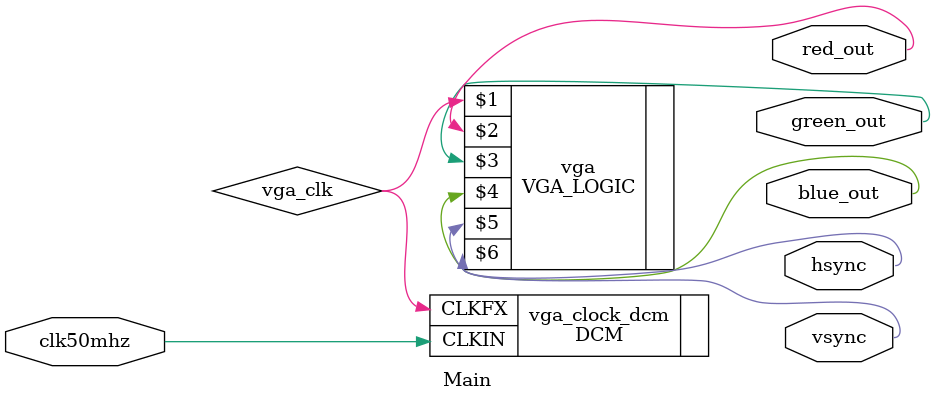
<source format=v>
`timescale 1ns / 1ps
module Main(
	input clk50mhz,
	//input red_in,
   //input green_in,
   //input blue_in,
	//input reset,
	output red_out,
   output green_out,
   output blue_out,
	output hsync,
	output vsync
	 );
	 
	 wire vga_clk;
// synthesis attribute CLKFX_DIVIDE of vga_clock_dcm is 4
// synthesis attribute CLKFX_MULTIPLY of vga_clock_dcm is 2
	DCM vga_clock_dcm (.CLKIN(clk50mhz),.CLKFX(vga_clk));
	VGA_LOGIC vga(vga_clk,red_out,green_out,blue_out,hsync,vsync);
	/*always @(posedge vga_clk)
	begin
		if(reset)begin
			red_in = 0;
			green_in=0;
			blue_in=0;
		end
	end*/
	 


endmodule

</source>
